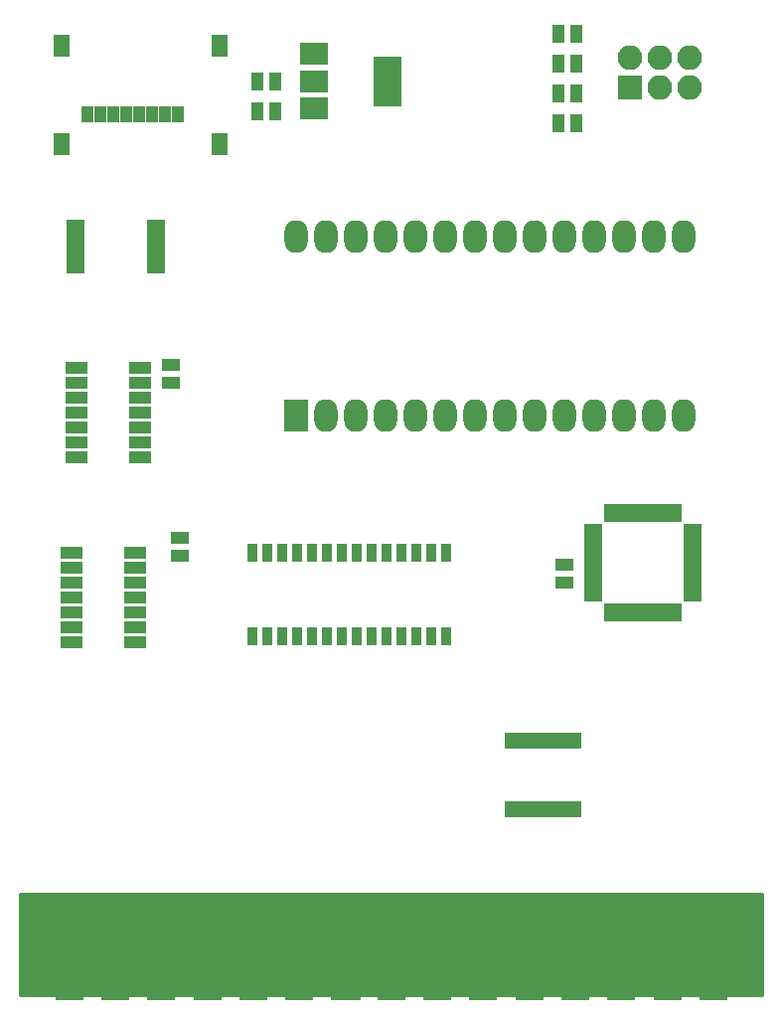
<source format=gts>
G04 #@! TF.GenerationSoftware,KiCad,Pcbnew,(2018-02-09 revision dba198e57)-makepkg*
G04 #@! TF.CreationDate,2018-02-11T15:57:52+01:00*
G04 #@! TF.ProjectId,videopaccart,766964656F706163636172742E6B6963,rev?*
G04 #@! TF.SameCoordinates,Original*
G04 #@! TF.FileFunction,Soldermask,Top*
G04 #@! TF.FilePolarity,Negative*
%FSLAX46Y46*%
G04 Gerber Fmt 4.6, Leading zero omitted, Abs format (unit mm)*
G04 Created by KiCad (PCBNEW (2018-02-09 revision dba198e57)-makepkg) date 02/11/18 15:57:52*
%MOMM*%
%LPD*%
G01*
G04 APERTURE LIST*
%ADD10R,2.400000X8.100000*%
%ADD11R,0.999440X1.449020*%
%ADD12R,1.449020X1.901140*%
%ADD13R,2.100000X2.100000*%
%ADD14O,2.100000X2.100000*%
%ADD15R,1.600000X1.000000*%
%ADD16R,1.000000X1.600000*%
%ADD17R,0.800000X1.400000*%
%ADD18R,2.400000X4.200000*%
%ADD19R,2.400000X1.900000*%
%ADD20R,1.900000X1.000000*%
%ADD21R,1.600000X0.800000*%
%ADD22R,0.908000X1.543000*%
%ADD23O,2.000000X2.800000*%
%ADD24R,2.000000X2.800000*%
%ADD25R,1.035000X1.543000*%
%ADD26R,1.543000X1.035000*%
%ADD27C,0.254000*%
G04 APERTURE END LIST*
D10*
X175920000Y-127000000D03*
X175920000Y-127000000D03*
X179840000Y-127000000D03*
X172000000Y-127000000D03*
X164160000Y-127000000D03*
X168080000Y-127000000D03*
X144560000Y-127000000D03*
X148480000Y-127000000D03*
X152400000Y-127000000D03*
X156320000Y-127000000D03*
X160240000Y-127000000D03*
X140640000Y-127000000D03*
X136720000Y-127000000D03*
X132800000Y-127000000D03*
X128880000Y-127000000D03*
X124960000Y-127000000D03*
X179840000Y-127000000D03*
X172000000Y-127000000D03*
X168080000Y-127000000D03*
X164160000Y-127000000D03*
X160240000Y-127000000D03*
X156320000Y-127000000D03*
X152400000Y-127000000D03*
X148590000Y-127000000D03*
X144560000Y-127000000D03*
X140640000Y-127000000D03*
X136720000Y-127000000D03*
X132800000Y-127000000D03*
X128880000Y-127000000D03*
X124960000Y-127000000D03*
D11*
X134233920Y-55697120D03*
X133134100Y-55697120D03*
X132034280Y-55697120D03*
X130934460Y-55697120D03*
X129834640Y-55697120D03*
X128734820Y-55697120D03*
X127635000Y-55697120D03*
X126535180Y-55697120D03*
D12*
X137789920Y-58226960D03*
X124338080Y-58226960D03*
X137789920Y-49827180D03*
X124338080Y-49827180D03*
D13*
X172720000Y-53340000D03*
D14*
X172720000Y-50800000D03*
X175260000Y-53340000D03*
X175260000Y-50800000D03*
X177800000Y-53340000D03*
X177800000Y-50800000D03*
D15*
X169613000Y-91053000D03*
X169613000Y-91853000D03*
X169613000Y-92653000D03*
X169613000Y-93453000D03*
X169613000Y-94253000D03*
X169613000Y-95053000D03*
X169613000Y-95853000D03*
X169613000Y-96653000D03*
D16*
X171063000Y-98103000D03*
X171863000Y-98103000D03*
X172663000Y-98103000D03*
X173463000Y-98103000D03*
X174263000Y-98103000D03*
X175063000Y-98103000D03*
X175863000Y-98103000D03*
X176663000Y-98103000D03*
D15*
X178113000Y-96653000D03*
X178113000Y-95853000D03*
X178113000Y-95053000D03*
X178113000Y-94253000D03*
X178113000Y-93453000D03*
X178113000Y-92653000D03*
X178113000Y-91853000D03*
X178113000Y-91053000D03*
D16*
X176663000Y-89603000D03*
X175863000Y-89603000D03*
X175063000Y-89603000D03*
X174263000Y-89603000D03*
X173463000Y-89603000D03*
X172663000Y-89603000D03*
X171863000Y-89603000D03*
X171063000Y-89603000D03*
D17*
X168290000Y-109008000D03*
X167640000Y-109008000D03*
X166990000Y-109008000D03*
X166340000Y-109008000D03*
X165690000Y-109008000D03*
X165040000Y-109008000D03*
X164390000Y-109008000D03*
X163740000Y-109008000D03*
X163090000Y-109008000D03*
X162440000Y-109008000D03*
X162440000Y-114808000D03*
X163090000Y-114808000D03*
X163740000Y-114808000D03*
X164390000Y-114808000D03*
X165040000Y-114808000D03*
X165690000Y-114808000D03*
X166340000Y-114808000D03*
X166990000Y-114808000D03*
X167640000Y-114808000D03*
X168290000Y-114808000D03*
D18*
X152096000Y-52832000D03*
D19*
X145796000Y-52832000D03*
X145796000Y-55132000D03*
X145796000Y-50532000D03*
D20*
X125156000Y-92964000D03*
X125156000Y-94234000D03*
X125156000Y-95504000D03*
X125156000Y-96774000D03*
X125156000Y-98044000D03*
X125156000Y-99314000D03*
X125156000Y-100584000D03*
X130556000Y-100584000D03*
X130556000Y-99314000D03*
X130556000Y-98044000D03*
X130556000Y-96774000D03*
X130556000Y-95504000D03*
X130556000Y-94234000D03*
X130556000Y-92964000D03*
D21*
X132355000Y-68879000D03*
X132355000Y-68229000D03*
X132355000Y-67579000D03*
X132355000Y-66929000D03*
X132355000Y-66279000D03*
X132355000Y-65629000D03*
X132355000Y-64979000D03*
X125455000Y-64979000D03*
X125455000Y-65629000D03*
X125455000Y-66279000D03*
X125455000Y-66929000D03*
X125455000Y-67579000D03*
X125455000Y-68229000D03*
X125455000Y-68879000D03*
D20*
X125603000Y-77216000D03*
X125603000Y-78486000D03*
X125603000Y-79756000D03*
X125603000Y-81026000D03*
X125603000Y-82296000D03*
X125603000Y-83566000D03*
X125603000Y-84836000D03*
X131003000Y-84836000D03*
X131003000Y-83566000D03*
X131003000Y-82296000D03*
X131003000Y-81026000D03*
X131003000Y-79756000D03*
X131003000Y-78486000D03*
X131003000Y-77216000D03*
D22*
X140589000Y-100076000D03*
X141859000Y-100076000D03*
X143129000Y-100076000D03*
X144399000Y-100076000D03*
X145669000Y-100076000D03*
X146939000Y-100076000D03*
X148209000Y-100076000D03*
X149479000Y-100076000D03*
X150749000Y-100076000D03*
X152019000Y-100076000D03*
X153289000Y-100076000D03*
X154559000Y-100076000D03*
X155829000Y-100076000D03*
X157099000Y-100076000D03*
X157099000Y-92964000D03*
X155829000Y-92964000D03*
X154559000Y-92964000D03*
X153289000Y-92964000D03*
X152019000Y-92964000D03*
X150749000Y-92964000D03*
X149479000Y-92964000D03*
X148209000Y-92964000D03*
X146939000Y-92964000D03*
X145669000Y-92964000D03*
X144399000Y-92964000D03*
X143129000Y-92964000D03*
X141859000Y-92964000D03*
X140589000Y-92964000D03*
D23*
X144272000Y-66040000D03*
X177292000Y-81280000D03*
X146812000Y-66040000D03*
X174752000Y-81280000D03*
X149352000Y-66040000D03*
X172212000Y-81280000D03*
X151892000Y-66040000D03*
X169672000Y-81280000D03*
X154432000Y-66040000D03*
X167132000Y-81280000D03*
X156972000Y-66040000D03*
X164592000Y-81280000D03*
X159512000Y-66040000D03*
X162052000Y-81280000D03*
X162052000Y-66040000D03*
X159512000Y-81280000D03*
X164592000Y-66040000D03*
X156972000Y-81280000D03*
X167132000Y-66040000D03*
X154432000Y-81280000D03*
X169672000Y-66040000D03*
X151892000Y-81280000D03*
X172212000Y-66040000D03*
X149352000Y-81280000D03*
X174752000Y-66040000D03*
X146812000Y-81280000D03*
X177292000Y-66040000D03*
D24*
X144272000Y-81280000D03*
D25*
X142494000Y-55372000D03*
X140970000Y-55372000D03*
X140970000Y-52832000D03*
X142494000Y-52832000D03*
D26*
X134366000Y-91694000D03*
X134366000Y-93218000D03*
X133604000Y-76962000D03*
X133604000Y-78486000D03*
X167132000Y-95504000D03*
X167132000Y-93980000D03*
D25*
X166624000Y-48768000D03*
X168148000Y-48768000D03*
X168148000Y-56388000D03*
X166624000Y-56388000D03*
X166624000Y-51308000D03*
X168148000Y-51308000D03*
X168148000Y-53848000D03*
X166624000Y-53848000D03*
D27*
G36*
X184023000Y-130683000D02*
X120777000Y-130683000D01*
X120777000Y-122047000D01*
X184023000Y-122047000D01*
X184023000Y-130683000D01*
X184023000Y-130683000D01*
G37*
X184023000Y-130683000D02*
X120777000Y-130683000D01*
X120777000Y-122047000D01*
X184023000Y-122047000D01*
X184023000Y-130683000D01*
M02*

</source>
